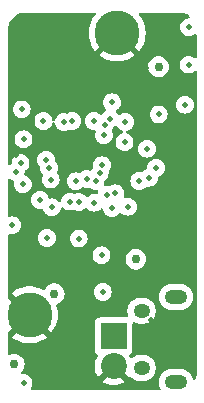
<source format=gbr>
%TF.GenerationSoftware,KiCad,Pcbnew,8.0.0*%
%TF.CreationDate,2025-01-24T21:29:13-08:00*%
%TF.ProjectId,Hope,486f7065-2e6b-4696-9361-645f70636258,rev?*%
%TF.SameCoordinates,Original*%
%TF.FileFunction,Copper,L3,Inr*%
%TF.FilePolarity,Positive*%
%FSLAX46Y46*%
G04 Gerber Fmt 4.6, Leading zero omitted, Abs format (unit mm)*
G04 Created by KiCad (PCBNEW 8.0.0) date 2025-01-24 21:29:13*
%MOMM*%
%LPD*%
G01*
G04 APERTURE LIST*
%TA.AperFunction,ComponentPad*%
%ADD10C,3.800000*%
%TD*%
%TA.AperFunction,ComponentPad*%
%ADD11R,2.200000X2.200000*%
%TD*%
%TA.AperFunction,ComponentPad*%
%ADD12C,2.200000*%
%TD*%
%TA.AperFunction,ComponentPad*%
%ADD13O,1.900000X1.200000*%
%TD*%
%TA.AperFunction,ComponentPad*%
%ADD14O,1.400000X1.200000*%
%TD*%
%TA.AperFunction,ViaPad*%
%ADD15C,0.500000*%
%TD*%
%TA.AperFunction,ViaPad*%
%ADD16C,0.750000*%
%TD*%
G04 APERTURE END LIST*
D10*
%TO.N,GND*%
%TO.C,H4*%
X2336800Y6908800D03*
%TD*%
%TO.N,GND*%
%TO.C,H3*%
X9753600Y30759400D03*
%TD*%
D11*
%TO.N,/Power/BATT POSTSW*%
%TO.C,J4*%
X9448800Y5080000D03*
D12*
%TO.N,GND*%
X9448800Y2540000D03*
%TD*%
D13*
%TO.N,N/C*%
%TO.C,J1*%
X14724700Y8426000D03*
X14724700Y1226000D03*
D14*
X11824700Y2406000D03*
%TO.N,unconnected-(J1-Shield-Pad6)*%
X11824700Y7246000D03*
%TD*%
D15*
%TO.N,GND*%
X12228466Y27764846D03*
%TO.N,/MCU/GPS_RX*%
X13270690Y23866263D03*
X7772400Y23317200D03*
%TO.N,+3V3*%
X9321800Y24888798D03*
D16*
%TO.N,GND*%
X13284200Y22377400D03*
%TO.N,+3V3*%
X13258800Y27913802D03*
D15*
%TO.N,/MCU/LEDINDICATION*%
X15494000Y24688800D03*
X8626400Y22098000D03*
%TO.N,GND*%
X12629688Y6467866D03*
%TO.N,+BATT*%
X8534400Y8839200D03*
X8432800Y11938000D03*
D16*
%TO.N,GND*%
X3631798Y11913802D03*
X9398000Y11480800D03*
%TO.N,+3V3*%
X1039217Y2719761D03*
X4419600Y8686800D03*
%TO.N,GND*%
X1016000Y11913802D03*
X7147600Y8128000D03*
D15*
%TO.N,Net-(D2-A)*%
X1828800Y1117600D03*
%TO.N,/MCU/QSPI_SD2*%
X7810482Y16405197D03*
%TO.N,/MCU/QSPI_SS*%
X8859914Y17084121D03*
X9296400Y15951200D03*
%TO.N,/MCU/QSPI_SD2*%
X10665580Y16050380D03*
D16*
%TO.N,GND*%
X16002000Y13512800D03*
%TO.N,+3V3*%
X11351686Y11608280D03*
D15*
%TO.N,/MCU/BATT SENSE *%
X863600Y14478000D03*
X3810000Y13411200D03*
X6495470Y13365046D03*
X1168400Y18999200D03*
%TO.N,GND*%
X10007600Y13616400D03*
%TO.N,/MCU/NSS*%
X1574800Y19761200D03*
%TO.N,/MCU/SCK*%
X3746144Y20014104D03*
%TO.N,/MCU/MOSI*%
X4001164Y19340308D03*
%TO.N,/MCU/MISO*%
X4134468Y18358474D03*
%TO.N,/MCU/DIO3*%
X8280400Y18897600D03*
%TO.N,/MCU/DIO2*%
X8477739Y19570375D03*
%TO.N,/MCU/DIO1*%
X10438184Y23223749D03*
%TO.N,/MCU/BUSY*%
X8686800Y22961600D03*
%TO.N,/MCU/TXCOEN*%
X9117093Y23515200D03*
%TO.N,+3V3*%
X3230642Y16630358D03*
%TO.N,Net-(D1-K)*%
X15849600Y31242000D03*
%TO.N,+3V3*%
X15798800Y28092400D03*
%TO.N,/MCU/RUN*%
X1676400Y24292000D03*
X3517600Y23315340D03*
D16*
%TO.N,GND*%
X1727200Y28092400D03*
X6553200Y28194000D03*
X7721600Y27686000D03*
X5435600Y27584400D03*
X3085000Y25159179D03*
D15*
%TO.N,/MCU/QSPI_SD3*%
X13055600Y19354800D03*
%TO.N,/MCU/QSPI_SCLK*%
X12446000Y18504920D03*
%TO.N,/MCU/QSPI_SDO*%
X11633200Y18237196D03*
%TO.N,/MCU/QSPI_SD3*%
X6251826Y18215200D03*
%TO.N,/MCU/QSPI_SCLK*%
X7167850Y18418088D03*
%TO.N,/MCU/QSPI_SDO*%
X7924800Y18237200D03*
%TO.N,GND*%
X13287311Y21637067D03*
%TO.N,+3V3*%
X12298765Y20960165D03*
X9603324Y17183347D03*
X10379748Y21539689D03*
%TO.N,GND*%
X10670063Y19939689D03*
X5152619Y21864622D03*
X7206084Y21975989D03*
X7067600Y22555200D03*
X5842000Y26388000D03*
%TO.N,+3V3*%
X5951135Y23309665D03*
%TO.N,+1V1*%
X5232400Y23215600D03*
%TO.N,+3V3*%
X1828800Y21765200D03*
%TO.N,GND*%
X1219200Y20421600D03*
%TO.N,+3V3*%
X1778000Y17965200D03*
%TO.N,GND*%
X1205813Y16837144D03*
X3708400Y15087600D03*
X6350000Y15115600D03*
%TO.N,+1V1*%
X6493282Y16455476D03*
%TO.N,+3V3*%
X5749166Y16491803D03*
%TO.N,+1V1*%
X4224963Y15998331D03*
%TD*%
%TA.AperFunction,Conductor*%
%TO.N,GND*%
G36*
X7881854Y32479815D02*
G01*
X7927609Y32427011D01*
X7937553Y32357853D01*
X7910359Y32296459D01*
X7808116Y32172870D01*
X7646307Y31917898D01*
X7646304Y31917892D01*
X7517727Y31644653D01*
X7517725Y31644648D01*
X7424405Y31357441D01*
X7367816Y31060791D01*
X7367815Y31060784D01*
X7348855Y30759406D01*
X7348855Y30759395D01*
X7367815Y30458017D01*
X7367816Y30458010D01*
X7424405Y30161360D01*
X7517725Y29874153D01*
X7517727Y29874148D01*
X7646304Y29600909D01*
X7646307Y29600903D01*
X7808116Y29345931D01*
X7888911Y29248267D01*
X8817308Y30176664D01*
X8914567Y30042798D01*
X9036998Y29920367D01*
X9170862Y29823110D01*
X8240164Y28892413D01*
X8240165Y28892411D01*
X8465061Y28729015D01*
X8465079Y28729003D01*
X8729709Y28583522D01*
X8729717Y28583518D01*
X9010489Y28472353D01*
X9010492Y28472352D01*
X9302999Y28397250D01*
X9602595Y28359401D01*
X9602607Y28359400D01*
X9904593Y28359400D01*
X9904604Y28359401D01*
X10204200Y28397250D01*
X10496707Y28472352D01*
X10496710Y28472353D01*
X10777482Y28583518D01*
X10777490Y28583522D01*
X11042120Y28729003D01*
X11042130Y28729010D01*
X11267033Y28892413D01*
X11267034Y28892413D01*
X10336337Y29823110D01*
X10470202Y29920367D01*
X10592633Y30042798D01*
X10689890Y30176663D01*
X11618287Y29248266D01*
X11699086Y29345936D01*
X11860892Y29600903D01*
X11860895Y29600909D01*
X11989472Y29874148D01*
X11989474Y29874153D01*
X12082794Y30161360D01*
X12139383Y30458010D01*
X12139384Y30458017D01*
X12158345Y30759395D01*
X12158345Y30759406D01*
X12139384Y31060784D01*
X12139383Y31060791D01*
X12082794Y31357441D01*
X11989474Y31644648D01*
X11989472Y31644653D01*
X11860895Y31917892D01*
X11860892Y31917898D01*
X11699083Y32172870D01*
X11596841Y32296459D01*
X11569276Y32360661D01*
X11580797Y32429575D01*
X11627746Y32481320D01*
X11692385Y32499500D01*
X14934108Y32499500D01*
X14995572Y32499500D01*
X15004418Y32499184D01*
X15204561Y32484870D01*
X15222063Y32482353D01*
X15413797Y32440645D01*
X15430755Y32435666D01*
X15614609Y32367091D01*
X15630701Y32359741D01*
X15802904Y32265712D01*
X15817789Y32256146D01*
X15872130Y32215466D01*
X15914001Y32159532D01*
X15918985Y32089841D01*
X15885499Y32028518D01*
X15824176Y31995034D01*
X15811703Y31992980D01*
X15681544Y31978315D01*
X15521905Y31922455D01*
X15521902Y31922453D01*
X15378715Y31832482D01*
X15378709Y31832477D01*
X15259123Y31712891D01*
X15259118Y31712885D01*
X15169147Y31569698D01*
X15169145Y31569695D01*
X15113285Y31410057D01*
X15094351Y31242003D01*
X15094351Y31241998D01*
X15113285Y31073944D01*
X15169145Y30914306D01*
X15169147Y30914303D01*
X15259118Y30771116D01*
X15259123Y30771110D01*
X15378709Y30651524D01*
X15378715Y30651519D01*
X15521902Y30561548D01*
X15521905Y30561546D01*
X15521909Y30561545D01*
X15521910Y30561544D01*
X15584503Y30539642D01*
X15681543Y30505686D01*
X15849597Y30486751D01*
X15849600Y30486751D01*
X15849603Y30486751D01*
X16017656Y30505686D01*
X16017659Y30505687D01*
X16177290Y30561544D01*
X16309528Y30644636D01*
X16376764Y30663636D01*
X16443599Y30643269D01*
X16488813Y30590001D01*
X16499500Y30539642D01*
X16499500Y28752429D01*
X16479815Y28685390D01*
X16427011Y28639635D01*
X16357853Y28629691D01*
X16294297Y28658716D01*
X16287819Y28664748D01*
X16269690Y28682877D01*
X16269684Y28682882D01*
X16126497Y28772853D01*
X16126494Y28772855D01*
X15966856Y28828715D01*
X15798803Y28847649D01*
X15798797Y28847649D01*
X15630743Y28828715D01*
X15471105Y28772855D01*
X15471102Y28772853D01*
X15327915Y28682882D01*
X15327909Y28682877D01*
X15208323Y28563291D01*
X15208318Y28563285D01*
X15118347Y28420098D01*
X15118345Y28420095D01*
X15062485Y28260457D01*
X15043551Y28092403D01*
X15043551Y28092398D01*
X15062485Y27924344D01*
X15118345Y27764706D01*
X15118347Y27764703D01*
X15208318Y27621516D01*
X15208323Y27621510D01*
X15327909Y27501924D01*
X15327915Y27501919D01*
X15471102Y27411948D01*
X15471105Y27411946D01*
X15471109Y27411945D01*
X15471110Y27411944D01*
X15515641Y27396362D01*
X15630743Y27356086D01*
X15798797Y27337151D01*
X15798800Y27337151D01*
X15798803Y27337151D01*
X15966856Y27356086D01*
X15966859Y27356087D01*
X16126490Y27411944D01*
X16126492Y27411946D01*
X16126494Y27411946D01*
X16126497Y27411948D01*
X16269684Y27501919D01*
X16269685Y27501920D01*
X16269690Y27501923D01*
X16287819Y27520052D01*
X16349142Y27553537D01*
X16418834Y27548553D01*
X16474767Y27506681D01*
X16499184Y27441217D01*
X16499500Y27432371D01*
X16499500Y2004428D01*
X16499184Y1995581D01*
X16484869Y1795443D01*
X16482351Y1777932D01*
X16440646Y1586213D01*
X16435661Y1569237D01*
X16389162Y1444571D01*
X16347291Y1388637D01*
X16281826Y1364221D01*
X16213553Y1379073D01*
X16164148Y1428479D01*
X16150508Y1468507D01*
X16148102Y1483701D01*
X16094573Y1648445D01*
X16015932Y1802788D01*
X15914114Y1942928D01*
X15791628Y2065414D01*
X15651488Y2167232D01*
X15497145Y2245873D01*
X15332401Y2299402D01*
X15332399Y2299403D01*
X15332398Y2299403D01*
X15200971Y2320219D01*
X15161311Y2326500D01*
X14288089Y2326500D01*
X14248428Y2320219D01*
X14117002Y2299403D01*
X13952252Y2245872D01*
X13797911Y2167232D01*
X13717956Y2109141D01*
X13657772Y2065414D01*
X13657770Y2065412D01*
X13657769Y2065412D01*
X13535288Y1942931D01*
X13535288Y1942930D01*
X13535286Y1942928D01*
X13506403Y1903174D01*
X13433468Y1802789D01*
X13354828Y1648448D01*
X13301297Y1483698D01*
X13274200Y1312611D01*
X13274200Y1139390D01*
X13300729Y971887D01*
X13301298Y968299D01*
X13334292Y866754D01*
X13354828Y803553D01*
X13417376Y680795D01*
X13430272Y612125D01*
X13403996Y547385D01*
X13346889Y507128D01*
X13306891Y500500D01*
X2551769Y500500D01*
X2484730Y520185D01*
X2438975Y572989D01*
X2429031Y642147D01*
X2446775Y690472D01*
X2484693Y750819D01*
X2509256Y789910D01*
X2565113Y949541D01*
X2565113Y949542D01*
X2565114Y949544D01*
X2584049Y1117598D01*
X2584049Y1117603D01*
X2565114Y1285657D01*
X2515138Y1428479D01*
X2509256Y1445290D01*
X2509255Y1445291D01*
X2509254Y1445295D01*
X2509252Y1445298D01*
X2419281Y1588485D01*
X2419276Y1588491D01*
X2299690Y1708077D01*
X2299684Y1708082D01*
X2156497Y1798053D01*
X2156494Y1798055D01*
X1996856Y1853915D01*
X1828803Y1872849D01*
X1828796Y1872849D01*
X1737145Y1862523D01*
X1668323Y1874578D01*
X1616944Y1921927D01*
X1599320Y1989538D01*
X1621047Y2055943D01*
X1631103Y2068705D01*
X1751412Y2202321D01*
X1843431Y2361702D01*
X1900302Y2536732D01*
X1900645Y2540000D01*
X7843852Y2540000D01*
X7863612Y2288928D01*
X7922403Y2044044D01*
X8018780Y1811369D01*
X8150368Y1596638D01*
X8151066Y1595821D01*
X8925012Y2369767D01*
X8936282Y2327708D01*
X9008690Y2202292D01*
X9111092Y2099890D01*
X9236508Y2027482D01*
X9278565Y2016213D01*
X8504619Y1242268D01*
X8504619Y1242267D01*
X8505434Y1241571D01*
X8720168Y1109981D01*
X8952843Y1013604D01*
X9197727Y954813D01*
X9448800Y935053D01*
X9699872Y954813D01*
X9944756Y1013604D01*
X10177431Y1109981D01*
X10392161Y1241568D01*
X10392163Y1241570D01*
X10392980Y1242268D01*
X9619034Y2016213D01*
X9661092Y2027482D01*
X9786508Y2099890D01*
X9888910Y2202292D01*
X9961318Y2327708D01*
X9972587Y2369765D01*
X10746532Y1595820D01*
X10747230Y1596637D01*
X10747233Y1596641D01*
X10752622Y1605434D01*
X10804433Y1652310D01*
X10873362Y1663734D01*
X10937526Y1636078D01*
X10946031Y1628327D01*
X11007772Y1566586D01*
X11147912Y1464768D01*
X11302255Y1386127D01*
X11466999Y1332598D01*
X11638089Y1305500D01*
X11638090Y1305500D01*
X12011310Y1305500D01*
X12011311Y1305500D01*
X12182401Y1332598D01*
X12347145Y1386127D01*
X12501488Y1464768D01*
X12641628Y1566586D01*
X12764114Y1689072D01*
X12865932Y1829212D01*
X12944573Y1983555D01*
X12998102Y2148299D01*
X13025200Y2319389D01*
X13025200Y2492611D01*
X12998102Y2663701D01*
X12944573Y2828445D01*
X12865932Y2982788D01*
X12764114Y3122928D01*
X12641628Y3245414D01*
X12501488Y3347232D01*
X12347145Y3425873D01*
X12182401Y3479402D01*
X12182399Y3479403D01*
X12182398Y3479403D01*
X12050971Y3500219D01*
X12011311Y3506500D01*
X11638089Y3506500D01*
X11598428Y3500219D01*
X11467002Y3479403D01*
X11302252Y3425872D01*
X11147907Y3347230D01*
X11036912Y3266587D01*
X10971106Y3243107D01*
X10903052Y3258933D01*
X10858300Y3302115D01*
X10797877Y3400716D01*
X10779632Y3468162D01*
X10800748Y3534764D01*
X10829289Y3564770D01*
X10906346Y3622454D01*
X10992596Y3737669D01*
X11042891Y3872517D01*
X11049300Y3932127D01*
X11049299Y6152666D01*
X11068984Y6219704D01*
X11121787Y6265459D01*
X11190946Y6275403D01*
X11229590Y6263152D01*
X11302255Y6226127D01*
X11466999Y6172598D01*
X11638089Y6145500D01*
X11638090Y6145500D01*
X12011310Y6145500D01*
X12011311Y6145500D01*
X12182401Y6172598D01*
X12347145Y6226127D01*
X12501488Y6304768D01*
X12641628Y6406586D01*
X12764114Y6529072D01*
X12865932Y6669212D01*
X12944573Y6823555D01*
X12998102Y6988299D01*
X13025200Y7159389D01*
X13025200Y7332611D01*
X12998102Y7503701D01*
X12944573Y7668445D01*
X12865932Y7822788D01*
X12764114Y7962928D01*
X12641628Y8085414D01*
X12501488Y8187232D01*
X12347145Y8265873D01*
X12182401Y8319402D01*
X12182399Y8319403D01*
X12182398Y8319403D01*
X12056211Y8339389D01*
X13274200Y8339389D01*
X13277366Y8319402D01*
X13301129Y8169362D01*
X13301298Y8168299D01*
X13354827Y8003555D01*
X13433468Y7849212D01*
X13535286Y7709072D01*
X13657772Y7586586D01*
X13797912Y7484768D01*
X13952255Y7406127D01*
X14116999Y7352598D01*
X14288089Y7325500D01*
X14288090Y7325500D01*
X15161310Y7325500D01*
X15161311Y7325500D01*
X15332401Y7352598D01*
X15497145Y7406127D01*
X15651488Y7484768D01*
X15791628Y7586586D01*
X15914114Y7709072D01*
X16015932Y7849212D01*
X16094573Y8003555D01*
X16148102Y8168299D01*
X16175200Y8339389D01*
X16175200Y8512611D01*
X16148102Y8683701D01*
X16094573Y8848445D01*
X16015932Y9002788D01*
X15914114Y9142928D01*
X15791628Y9265414D01*
X15651488Y9367232D01*
X15497145Y9445873D01*
X15332401Y9499402D01*
X15332399Y9499403D01*
X15332398Y9499403D01*
X15176874Y9524035D01*
X15161311Y9526500D01*
X14288089Y9526500D01*
X14272526Y9524035D01*
X14117002Y9499403D01*
X13952252Y9445872D01*
X13797911Y9367232D01*
X13719264Y9310091D01*
X13657772Y9265414D01*
X13657770Y9265412D01*
X13657769Y9265412D01*
X13535288Y9142931D01*
X13535288Y9142930D01*
X13535286Y9142928D01*
X13491559Y9082744D01*
X13433468Y9002789D01*
X13354828Y8848448D01*
X13301297Y8683698D01*
X13274200Y8512611D01*
X13274200Y8339389D01*
X12056211Y8339389D01*
X12050971Y8340219D01*
X12011311Y8346500D01*
X11638089Y8346500D01*
X11598428Y8340219D01*
X11467002Y8319403D01*
X11302252Y8265872D01*
X11147911Y8187232D01*
X11067956Y8129141D01*
X11007772Y8085414D01*
X11007770Y8085412D01*
X11007769Y8085412D01*
X10885288Y7962931D01*
X10885288Y7962930D01*
X10885286Y7962928D01*
X10841559Y7902744D01*
X10783468Y7822789D01*
X10704828Y7668448D01*
X10651297Y7503698D01*
X10624200Y7332611D01*
X10624200Y7159390D01*
X10651297Y6988302D01*
X10698568Y6842818D01*
X10700563Y6772977D01*
X10664483Y6713144D01*
X10601782Y6682316D01*
X10580637Y6680500D01*
X8300929Y6680500D01*
X8300923Y6680499D01*
X8241316Y6674092D01*
X8106471Y6623798D01*
X8106464Y6623794D01*
X7991255Y6537548D01*
X7991252Y6537545D01*
X7905006Y6422336D01*
X7905002Y6422329D01*
X7854708Y6287483D01*
X7848301Y6227884D01*
X7848300Y6227865D01*
X7848300Y3932130D01*
X7848301Y3932124D01*
X7854708Y3872517D01*
X7905002Y3737672D01*
X7905006Y3737665D01*
X7991252Y3622456D01*
X7991255Y3622453D01*
X8068306Y3564772D01*
X8110177Y3508838D01*
X8115161Y3439147D01*
X8099723Y3400716D01*
X8018778Y3268627D01*
X7922403Y3035957D01*
X7863612Y2791073D01*
X7843852Y2540000D01*
X1900645Y2540000D01*
X1919539Y2719761D01*
X1900302Y2902790D01*
X1843431Y3077820D01*
X1751412Y3237201D01*
X1628267Y3373968D01*
X1628265Y3373970D01*
X1479382Y3482140D01*
X1479379Y3482142D01*
X1479378Y3482142D01*
X1403498Y3515926D01*
X1311255Y3556996D01*
X1311250Y3556998D01*
X1131236Y3595261D01*
X947198Y3595261D01*
X767183Y3556998D01*
X767182Y3556998D01*
X674935Y3515926D01*
X605685Y3506642D01*
X542409Y3536271D01*
X505196Y3595406D01*
X500500Y3629206D01*
X500500Y5374692D01*
X520185Y5441731D01*
X536819Y5462373D01*
X1400509Y6326064D01*
X1497767Y6192198D01*
X1620198Y6069767D01*
X1754062Y5972510D01*
X823364Y5041813D01*
X823365Y5041811D01*
X1048261Y4878415D01*
X1048279Y4878403D01*
X1312909Y4732922D01*
X1312917Y4732918D01*
X1593689Y4621753D01*
X1593692Y4621752D01*
X1886199Y4546650D01*
X2185795Y4508801D01*
X2185807Y4508800D01*
X2487793Y4508800D01*
X2487804Y4508801D01*
X2787400Y4546650D01*
X3079907Y4621752D01*
X3079910Y4621753D01*
X3360682Y4732918D01*
X3360690Y4732922D01*
X3625320Y4878403D01*
X3625330Y4878410D01*
X3850233Y5041813D01*
X3850234Y5041813D01*
X2919537Y5972510D01*
X3053402Y6069767D01*
X3175833Y6192198D01*
X3273090Y6326063D01*
X4201487Y5397666D01*
X4282286Y5495336D01*
X4444092Y5750303D01*
X4444095Y5750309D01*
X4572672Y6023548D01*
X4572674Y6023553D01*
X4665994Y6310760D01*
X4722583Y6607410D01*
X4722584Y6607417D01*
X4741545Y6908795D01*
X4741545Y6908806D01*
X4722584Y7210184D01*
X4722583Y7210191D01*
X4665994Y7506839D01*
X4606036Y7691370D01*
X4604041Y7761212D01*
X4640121Y7821045D01*
X4685657Y7847623D01*
X4691627Y7849563D01*
X4691634Y7849564D01*
X4691640Y7849567D01*
X4691644Y7849568D01*
X4731715Y7867410D01*
X4859761Y7924419D01*
X5008650Y8032593D01*
X5131795Y8169360D01*
X5223814Y8328741D01*
X5280685Y8503771D01*
X5299922Y8686800D01*
X5283904Y8839198D01*
X7779151Y8839198D01*
X7798085Y8671144D01*
X7853945Y8511506D01*
X7853947Y8511503D01*
X7943918Y8368316D01*
X7943923Y8368310D01*
X8063509Y8248724D01*
X8063515Y8248719D01*
X8206702Y8158748D01*
X8206705Y8158746D01*
X8206709Y8158745D01*
X8206710Y8158744D01*
X8279313Y8133340D01*
X8366343Y8102886D01*
X8534397Y8083951D01*
X8534400Y8083951D01*
X8534403Y8083951D01*
X8702456Y8102886D01*
X8702459Y8102887D01*
X8862090Y8158744D01*
X8862092Y8158746D01*
X8862094Y8158746D01*
X8862097Y8158748D01*
X9005284Y8248719D01*
X9005285Y8248720D01*
X9005290Y8248723D01*
X9124877Y8368310D01*
X9171751Y8442909D01*
X9214852Y8511503D01*
X9214854Y8511506D01*
X9214854Y8511508D01*
X9214856Y8511510D01*
X9270713Y8671141D01*
X9270713Y8671142D01*
X9270714Y8671144D01*
X9289649Y8839198D01*
X9289649Y8839203D01*
X9270714Y9007257D01*
X9240260Y9094287D01*
X9214856Y9166890D01*
X9214855Y9166891D01*
X9214854Y9166895D01*
X9214852Y9166898D01*
X9124881Y9310085D01*
X9124876Y9310091D01*
X9005290Y9429677D01*
X9005284Y9429682D01*
X8862097Y9519653D01*
X8862094Y9519655D01*
X8702456Y9575515D01*
X8534403Y9594449D01*
X8534397Y9594449D01*
X8366343Y9575515D01*
X8206705Y9519655D01*
X8206702Y9519653D01*
X8063515Y9429682D01*
X8063509Y9429677D01*
X7943923Y9310091D01*
X7943918Y9310085D01*
X7853947Y9166898D01*
X7853945Y9166895D01*
X7798085Y9007257D01*
X7779151Y8839203D01*
X7779151Y8839198D01*
X5283904Y8839198D01*
X5280685Y8869829D01*
X5237484Y9002788D01*
X5223816Y9044854D01*
X5223813Y9044860D01*
X5207012Y9073960D01*
X5131795Y9204240D01*
X5008650Y9341007D01*
X5008648Y9341009D01*
X4859765Y9449179D01*
X4859762Y9449181D01*
X4859761Y9449181D01*
X4798712Y9476362D01*
X4691638Y9524035D01*
X4691633Y9524037D01*
X4511619Y9562300D01*
X4327581Y9562300D01*
X4147566Y9524037D01*
X4147561Y9524035D01*
X3979439Y9449181D01*
X3979434Y9449179D01*
X3830551Y9341009D01*
X3830549Y9341007D01*
X3707405Y9204241D01*
X3632187Y9073960D01*
X3581619Y9025745D01*
X3513012Y9012523D01*
X3465063Y9027299D01*
X3360684Y9084682D01*
X3360681Y9084683D01*
X3079910Y9195848D01*
X3079907Y9195849D01*
X2787400Y9270951D01*
X2487804Y9308800D01*
X2185795Y9308800D01*
X1886199Y9270951D01*
X1593692Y9195849D01*
X1593689Y9195848D01*
X1312917Y9084683D01*
X1312909Y9084679D01*
X1048276Y8939196D01*
X1048271Y8939193D01*
X823365Y8775790D01*
X823364Y8775789D01*
X1754062Y7845091D01*
X1620198Y7747833D01*
X1497767Y7625402D01*
X1400509Y7491538D01*
X536819Y8355228D01*
X503334Y8416551D01*
X500500Y8442909D01*
X500500Y11937998D01*
X7677551Y11937998D01*
X7696485Y11769944D01*
X7752345Y11610306D01*
X7752347Y11610303D01*
X7842318Y11467116D01*
X7842323Y11467110D01*
X7961909Y11347524D01*
X7961915Y11347519D01*
X8105102Y11257548D01*
X8105105Y11257546D01*
X8105109Y11257545D01*
X8105110Y11257544D01*
X8177713Y11232140D01*
X8264743Y11201686D01*
X8432797Y11182751D01*
X8432800Y11182751D01*
X8432803Y11182751D01*
X8600856Y11201686D01*
X8600859Y11201687D01*
X8760490Y11257544D01*
X8760492Y11257546D01*
X8760494Y11257546D01*
X8760497Y11257548D01*
X8903684Y11347519D01*
X8903685Y11347520D01*
X8903690Y11347523D01*
X9023277Y11467110D01*
X9023281Y11467116D01*
X9111981Y11608280D01*
X10471364Y11608280D01*
X10490601Y11425251D01*
X10490602Y11425248D01*
X10547469Y11250227D01*
X10547472Y11250221D01*
X10639491Y11090840D01*
X10749013Y10969203D01*
X10762635Y10954074D01*
X10762637Y10954072D01*
X10911520Y10845902D01*
X10911521Y10845902D01*
X10911525Y10845899D01*
X11048639Y10784852D01*
X11079647Y10771046D01*
X11079652Y10771044D01*
X11259667Y10732780D01*
X11443705Y10732780D01*
X11623720Y10771044D01*
X11791847Y10845899D01*
X11940736Y10954073D01*
X12063881Y11090840D01*
X12155900Y11250221D01*
X12212771Y11425251D01*
X12232008Y11608280D01*
X12212771Y11791309D01*
X12155900Y11966339D01*
X12063881Y12125720D01*
X11940736Y12262487D01*
X11940734Y12262489D01*
X11791851Y12370659D01*
X11791848Y12370661D01*
X11791847Y12370661D01*
X11705995Y12408885D01*
X11623724Y12445515D01*
X11623719Y12445517D01*
X11443705Y12483780D01*
X11259667Y12483780D01*
X11079652Y12445517D01*
X11079647Y12445515D01*
X10911525Y12370661D01*
X10911520Y12370659D01*
X10762637Y12262489D01*
X10762635Y12262487D01*
X10639490Y12125719D01*
X10547472Y11966340D01*
X10547469Y11966334D01*
X10490602Y11791313D01*
X10490601Y11791309D01*
X10471364Y11608280D01*
X9111981Y11608280D01*
X9113252Y11610303D01*
X9113254Y11610306D01*
X9113254Y11610308D01*
X9113256Y11610310D01*
X9169113Y11769941D01*
X9169113Y11769942D01*
X9169114Y11769944D01*
X9188049Y11937998D01*
X9188049Y11938003D01*
X9169114Y12106057D01*
X9113254Y12265695D01*
X9113252Y12265698D01*
X9023281Y12408885D01*
X9023276Y12408891D01*
X8903690Y12528477D01*
X8903684Y12528482D01*
X8760497Y12618453D01*
X8760494Y12618455D01*
X8600856Y12674315D01*
X8432803Y12693249D01*
X8432797Y12693249D01*
X8264743Y12674315D01*
X8105105Y12618455D01*
X8105102Y12618453D01*
X7961915Y12528482D01*
X7961909Y12528477D01*
X7842323Y12408891D01*
X7842318Y12408885D01*
X7752347Y12265698D01*
X7752345Y12265695D01*
X7696485Y12106057D01*
X7677551Y11938003D01*
X7677551Y11937998D01*
X500500Y11937998D01*
X500500Y13411198D01*
X3054751Y13411198D01*
X3073685Y13243144D01*
X3129545Y13083506D01*
X3129547Y13083503D01*
X3219518Y12940316D01*
X3219523Y12940310D01*
X3339109Y12820724D01*
X3339115Y12820719D01*
X3482302Y12730748D01*
X3482305Y12730746D01*
X3482309Y12730745D01*
X3482310Y12730744D01*
X3554913Y12705340D01*
X3641943Y12674886D01*
X3809997Y12655951D01*
X3810000Y12655951D01*
X3810003Y12655951D01*
X3978056Y12674886D01*
X3978059Y12674887D01*
X4137690Y12730744D01*
X4137692Y12730746D01*
X4137694Y12730746D01*
X4137697Y12730748D01*
X4280884Y12820719D01*
X4280885Y12820720D01*
X4280890Y12820723D01*
X4400477Y12940310D01*
X4461453Y13037352D01*
X4490452Y13083503D01*
X4490454Y13083506D01*
X4490454Y13083508D01*
X4490456Y13083510D01*
X4546313Y13243141D01*
X4546313Y13243142D01*
X4546314Y13243144D01*
X4560049Y13365044D01*
X5740221Y13365044D01*
X5759155Y13196990D01*
X5815015Y13037352D01*
X5815017Y13037349D01*
X5904988Y12894162D01*
X5904993Y12894156D01*
X6024579Y12774570D01*
X6024585Y12774565D01*
X6167772Y12684594D01*
X6167775Y12684592D01*
X6167779Y12684591D01*
X6167780Y12684590D01*
X6240383Y12659186D01*
X6327413Y12628732D01*
X6495467Y12609797D01*
X6495470Y12609797D01*
X6495473Y12609797D01*
X6663526Y12628732D01*
X6663529Y12628733D01*
X6823160Y12684590D01*
X6823162Y12684592D01*
X6823164Y12684592D01*
X6823167Y12684594D01*
X6966354Y12774565D01*
X6966355Y12774566D01*
X6966360Y12774569D01*
X7085947Y12894156D01*
X7114948Y12940310D01*
X7175922Y13037349D01*
X7175924Y13037352D01*
X7175924Y13037354D01*
X7175926Y13037356D01*
X7231783Y13196987D01*
X7231783Y13196988D01*
X7231784Y13196990D01*
X7250719Y13365044D01*
X7250719Y13365049D01*
X7231784Y13533103D01*
X7175924Y13692741D01*
X7175922Y13692744D01*
X7085951Y13835931D01*
X7085946Y13835937D01*
X6966360Y13955523D01*
X6966354Y13955528D01*
X6823167Y14045499D01*
X6823164Y14045501D01*
X6663526Y14101361D01*
X6495473Y14120295D01*
X6495467Y14120295D01*
X6327413Y14101361D01*
X6167775Y14045501D01*
X6167772Y14045499D01*
X6024585Y13955528D01*
X6024579Y13955523D01*
X5904993Y13835937D01*
X5904988Y13835931D01*
X5815017Y13692744D01*
X5815015Y13692741D01*
X5759155Y13533103D01*
X5740221Y13365049D01*
X5740221Y13365044D01*
X4560049Y13365044D01*
X4565249Y13411198D01*
X4565249Y13411203D01*
X4546314Y13579257D01*
X4490454Y13738895D01*
X4490452Y13738898D01*
X4400481Y13882085D01*
X4400476Y13882091D01*
X4280890Y14001677D01*
X4280884Y14001682D01*
X4137697Y14091653D01*
X4137694Y14091655D01*
X3978056Y14147515D01*
X3810003Y14166449D01*
X3809997Y14166449D01*
X3641943Y14147515D01*
X3482305Y14091655D01*
X3482302Y14091653D01*
X3339115Y14001682D01*
X3339109Y14001677D01*
X3219523Y13882091D01*
X3219518Y13882085D01*
X3129547Y13738898D01*
X3129545Y13738895D01*
X3073685Y13579257D01*
X3054751Y13411203D01*
X3054751Y13411198D01*
X500500Y13411198D01*
X500500Y13635173D01*
X520185Y13702212D01*
X572989Y13747967D01*
X642147Y13757911D01*
X665456Y13752214D01*
X695541Y13741687D01*
X863597Y13722751D01*
X863600Y13722751D01*
X863603Y13722751D01*
X1031656Y13741686D01*
X1049606Y13747967D01*
X1191290Y13797544D01*
X1191292Y13797546D01*
X1191294Y13797546D01*
X1191297Y13797548D01*
X1334484Y13887519D01*
X1334485Y13887520D01*
X1334490Y13887523D01*
X1454077Y14007110D01*
X1478200Y14045501D01*
X1544052Y14150303D01*
X1544054Y14150306D01*
X1544054Y14150308D01*
X1544056Y14150310D01*
X1599913Y14309941D01*
X1599913Y14309942D01*
X1599914Y14309944D01*
X1618849Y14477998D01*
X1618849Y14478003D01*
X1599914Y14646057D01*
X1544054Y14805695D01*
X1544052Y14805698D01*
X1454081Y14948885D01*
X1454076Y14948891D01*
X1334490Y15068477D01*
X1334484Y15068482D01*
X1191297Y15158453D01*
X1191294Y15158455D01*
X1031656Y15214315D01*
X863603Y15233249D01*
X863597Y15233249D01*
X695540Y15214314D01*
X665453Y15203786D01*
X595674Y15200225D01*
X535047Y15234955D01*
X502821Y15296949D01*
X500500Y15320828D01*
X500500Y16630356D01*
X2475393Y16630356D01*
X2494327Y16462302D01*
X2550187Y16302664D01*
X2550189Y16302661D01*
X2640160Y16159474D01*
X2640165Y16159468D01*
X2759751Y16039882D01*
X2759757Y16039877D01*
X2902944Y15949906D01*
X2902947Y15949904D01*
X2902951Y15949903D01*
X2902952Y15949902D01*
X2947520Y15934307D01*
X3062585Y15894044D01*
X3230639Y15875109D01*
X3230642Y15875109D01*
X3230645Y15875109D01*
X3365503Y15890304D01*
X3434325Y15878250D01*
X3485705Y15830901D01*
X3496428Y15808039D01*
X3544505Y15670645D01*
X3544510Y15670634D01*
X3634481Y15527447D01*
X3634486Y15527441D01*
X3754072Y15407855D01*
X3754078Y15407850D01*
X3897265Y15317879D01*
X3897268Y15317877D01*
X3897272Y15317876D01*
X3897273Y15317875D01*
X3962272Y15295131D01*
X4056906Y15262017D01*
X4224960Y15243082D01*
X4224963Y15243082D01*
X4224966Y15243082D01*
X4393019Y15262017D01*
X4393022Y15262018D01*
X4552653Y15317875D01*
X4552655Y15317877D01*
X4552657Y15317877D01*
X4552660Y15317879D01*
X4695847Y15407850D01*
X4695848Y15407851D01*
X4695853Y15407854D01*
X4815440Y15527441D01*
X4815444Y15527447D01*
X4905415Y15670634D01*
X4905417Y15670637D01*
X4905417Y15670639D01*
X4905419Y15670641D01*
X4961276Y15830272D01*
X4961276Y15830274D01*
X4961277Y15830276D01*
X4968544Y15894784D01*
X4971742Y15923162D01*
X4998808Y15987575D01*
X5056402Y16027130D01*
X5126239Y16029269D01*
X5182643Y15996959D01*
X5278275Y15901327D01*
X5278281Y15901322D01*
X5421468Y15811351D01*
X5421471Y15811349D01*
X5421475Y15811348D01*
X5421476Y15811347D01*
X5492411Y15786526D01*
X5581109Y15755489D01*
X5749163Y15736554D01*
X5749166Y15736554D01*
X5749169Y15736554D01*
X5917225Y15755490D01*
X5917226Y15755490D01*
X6005921Y15786526D01*
X6040352Y15798575D01*
X6110130Y15802137D01*
X6147280Y15786526D01*
X6165588Y15775022D01*
X6165589Y15775022D01*
X6165592Y15775020D01*
X6272012Y15737782D01*
X6325225Y15719162D01*
X6493279Y15700227D01*
X6493282Y15700227D01*
X6493285Y15700227D01*
X6661338Y15719162D01*
X6661341Y15719163D01*
X6820972Y15775020D01*
X6820974Y15775022D01*
X6820976Y15775022D01*
X6820979Y15775024D01*
X6964166Y15864995D01*
X6964166Y15864996D01*
X6964172Y15864999D01*
X7039138Y15939966D01*
X7100457Y15973448D01*
X7170149Y15968464D01*
X7213147Y15937298D01*
X7215081Y15939231D01*
X7339591Y15814721D01*
X7339597Y15814716D01*
X7482784Y15724745D01*
X7482787Y15724743D01*
X7482791Y15724742D01*
X7482792Y15724741D01*
X7552849Y15700227D01*
X7642425Y15668883D01*
X7810479Y15649948D01*
X7810482Y15649948D01*
X7810485Y15649948D01*
X7978538Y15668883D01*
X7983562Y15670641D01*
X8138172Y15724741D01*
X8138174Y15724743D01*
X8138176Y15724743D01*
X8138179Y15724745D01*
X8281366Y15814716D01*
X8281366Y15814717D01*
X8281372Y15814720D01*
X8346596Y15879945D01*
X8407915Y15913427D01*
X8477607Y15908443D01*
X8533541Y15866572D01*
X8557494Y15806146D01*
X8560086Y15783144D01*
X8615945Y15623506D01*
X8615947Y15623503D01*
X8705918Y15480316D01*
X8705923Y15480310D01*
X8825509Y15360724D01*
X8825515Y15360719D01*
X8968702Y15270748D01*
X8968705Y15270746D01*
X8968709Y15270745D01*
X8968710Y15270744D01*
X9041313Y15245340D01*
X9128343Y15214886D01*
X9296397Y15195951D01*
X9296400Y15195951D01*
X9296403Y15195951D01*
X9464456Y15214886D01*
X9464459Y15214887D01*
X9624090Y15270744D01*
X9624092Y15270746D01*
X9624094Y15270746D01*
X9624097Y15270748D01*
X9767284Y15360719D01*
X9767285Y15360720D01*
X9767290Y15360723D01*
X9886877Y15480310D01*
X9915055Y15525155D01*
X9967388Y15571446D01*
X10036441Y15582095D01*
X10100290Y15553720D01*
X10107729Y15546864D01*
X10194689Y15459904D01*
X10194695Y15459899D01*
X10337882Y15369928D01*
X10337885Y15369926D01*
X10337889Y15369925D01*
X10337890Y15369924D01*
X10364197Y15360719D01*
X10497523Y15314066D01*
X10665577Y15295131D01*
X10665580Y15295131D01*
X10665583Y15295131D01*
X10833636Y15314066D01*
X10833639Y15314067D01*
X10993270Y15369924D01*
X10993272Y15369926D01*
X10993274Y15369926D01*
X10993277Y15369928D01*
X11136464Y15459899D01*
X11136465Y15459900D01*
X11136470Y15459903D01*
X11256057Y15579490D01*
X11257694Y15582095D01*
X11346032Y15722683D01*
X11346034Y15722686D01*
X11346034Y15722688D01*
X11346036Y15722690D01*
X11401893Y15882321D01*
X11401893Y15882322D01*
X11401894Y15882324D01*
X11420829Y16050378D01*
X11420829Y16050383D01*
X11401894Y16218437D01*
X11346034Y16378075D01*
X11346032Y16378078D01*
X11256061Y16521265D01*
X11256056Y16521271D01*
X11136470Y16640857D01*
X11136464Y16640862D01*
X10993277Y16730833D01*
X10993274Y16730835D01*
X10833636Y16786695D01*
X10665583Y16805629D01*
X10665577Y16805629D01*
X10497522Y16786694D01*
X10469498Y16776888D01*
X10399719Y16773327D01*
X10339092Y16808056D01*
X10306865Y16870050D01*
X10311503Y16934886D01*
X10319608Y16958048D01*
X10339637Y17015288D01*
X10353230Y17135929D01*
X10358573Y17183345D01*
X10358573Y17183350D01*
X10339638Y17351404D01*
X10293959Y17481947D01*
X10283780Y17511037D01*
X10283779Y17511038D01*
X10283778Y17511042D01*
X10283776Y17511045D01*
X10193805Y17654232D01*
X10193800Y17654238D01*
X10074214Y17773824D01*
X10074208Y17773829D01*
X9931021Y17863800D01*
X9931018Y17863802D01*
X9771380Y17919662D01*
X9603327Y17938596D01*
X9603321Y17938596D01*
X9435267Y17919662D01*
X9275634Y17863803D01*
X9193276Y17812055D01*
X9126039Y17793056D01*
X9086353Y17800008D01*
X9027975Y17820434D01*
X9027972Y17820435D01*
X8859917Y17839370D01*
X8859910Y17839370D01*
X8765357Y17828717D01*
X8696535Y17840772D01*
X8645156Y17888121D01*
X8627532Y17955732D01*
X8634433Y17992892D01*
X8661113Y18069139D01*
X8661113Y18069142D01*
X8676414Y18204937D01*
X8689968Y18237194D01*
X10877951Y18237194D01*
X10896885Y18069140D01*
X10952745Y17909502D01*
X10952747Y17909499D01*
X11042718Y17766312D01*
X11042722Y17766307D01*
X11162309Y17646720D01*
X11162315Y17646715D01*
X11305502Y17556744D01*
X11305505Y17556742D01*
X11305509Y17556741D01*
X11305510Y17556740D01*
X11368360Y17534748D01*
X11465143Y17500882D01*
X11633197Y17481947D01*
X11633200Y17481947D01*
X11633203Y17481947D01*
X11801256Y17500882D01*
X11801259Y17500883D01*
X11960890Y17556740D01*
X11960892Y17556742D01*
X11960894Y17556742D01*
X11960897Y17556744D01*
X12104084Y17646715D01*
X12104084Y17646716D01*
X12104090Y17646719D01*
X12189017Y17731647D01*
X12250336Y17765129D01*
X12290579Y17767183D01*
X12445998Y17749671D01*
X12446000Y17749671D01*
X12446003Y17749671D01*
X12614056Y17768606D01*
X12628968Y17773824D01*
X12773690Y17824464D01*
X12773692Y17824466D01*
X12773694Y17824466D01*
X12773697Y17824468D01*
X12916884Y17914439D01*
X12916885Y17914440D01*
X12916890Y17914443D01*
X13036477Y18034030D01*
X13044717Y18047144D01*
X13126452Y18177223D01*
X13126454Y18177226D01*
X13126454Y18177228D01*
X13126456Y18177230D01*
X13182313Y18336861D01*
X13182313Y18336862D01*
X13182314Y18336864D01*
X13193494Y18436091D01*
X13201249Y18504920D01*
X13200860Y18508368D01*
X13201249Y18510586D01*
X13201249Y18511884D01*
X13201476Y18511884D01*
X13212911Y18577186D01*
X13260258Y18628568D01*
X13283120Y18639294D01*
X13383290Y18674344D01*
X13383292Y18674345D01*
X13383297Y18674348D01*
X13526484Y18764319D01*
X13526485Y18764320D01*
X13526490Y18764323D01*
X13646077Y18883910D01*
X13668889Y18920215D01*
X13736052Y19027103D01*
X13736054Y19027106D01*
X13736054Y19027108D01*
X13736056Y19027110D01*
X13791913Y19186741D01*
X13791913Y19186742D01*
X13791914Y19186744D01*
X13810849Y19354798D01*
X13810849Y19354803D01*
X13791914Y19522857D01*
X13736054Y19682495D01*
X13736052Y19682498D01*
X13646081Y19825685D01*
X13646076Y19825691D01*
X13526490Y19945277D01*
X13526484Y19945282D01*
X13383297Y20035253D01*
X13383294Y20035255D01*
X13223656Y20091115D01*
X13055603Y20110049D01*
X13055597Y20110049D01*
X12887543Y20091115D01*
X12727905Y20035255D01*
X12727902Y20035253D01*
X12584715Y19945282D01*
X12584709Y19945277D01*
X12465123Y19825691D01*
X12465118Y19825685D01*
X12375147Y19682498D01*
X12375145Y19682495D01*
X12319285Y19522857D01*
X12300351Y19354803D01*
X12300351Y19354800D01*
X12300740Y19351346D01*
X12300351Y19349126D01*
X12300351Y19347837D01*
X12300125Y19347837D01*
X12288682Y19282524D01*
X12241331Y19231147D01*
X12218474Y19220426D01*
X12118313Y19185378D01*
X12118302Y19185373D01*
X11975115Y19095402D01*
X11975108Y19095396D01*
X11890183Y19010472D01*
X11828860Y18976987D01*
X11788620Y18974934D01*
X11633204Y18992445D01*
X11633197Y18992445D01*
X11465143Y18973511D01*
X11305505Y18917651D01*
X11305502Y18917649D01*
X11162315Y18827678D01*
X11162309Y18827673D01*
X11042723Y18708087D01*
X11042718Y18708081D01*
X10952747Y18564894D01*
X10952745Y18564891D01*
X10896885Y18405253D01*
X10877951Y18237199D01*
X10877951Y18237194D01*
X8689968Y18237194D01*
X8703480Y18269351D01*
X8733663Y18296048D01*
X8751290Y18307123D01*
X8870877Y18426710D01*
X8876772Y18436091D01*
X8960852Y18569903D01*
X8960854Y18569906D01*
X8960854Y18569908D01*
X8960856Y18569910D01*
X9016713Y18729541D01*
X9016713Y18729542D01*
X9016714Y18729544D01*
X9035649Y18897598D01*
X9035649Y18897603D01*
X9025189Y18990432D01*
X9037243Y19059254D01*
X9060728Y19091998D01*
X9068216Y19099485D01*
X9158195Y19242685D01*
X9214052Y19402316D01*
X9214052Y19402317D01*
X9214053Y19402319D01*
X9232988Y19570373D01*
X9232988Y19570378D01*
X9214053Y19738432D01*
X9158193Y19898070D01*
X9158191Y19898073D01*
X9068220Y20041260D01*
X9068215Y20041266D01*
X8948629Y20160852D01*
X8948623Y20160857D01*
X8805436Y20250828D01*
X8805433Y20250830D01*
X8645795Y20306690D01*
X8477742Y20325624D01*
X8477736Y20325624D01*
X8309682Y20306690D01*
X8150044Y20250830D01*
X8150041Y20250828D01*
X8006854Y20160857D01*
X8006848Y20160852D01*
X7887262Y20041266D01*
X7887257Y20041260D01*
X7797286Y19898073D01*
X7797284Y19898070D01*
X7741424Y19738432D01*
X7722490Y19570378D01*
X7722490Y19570373D01*
X7732949Y19477543D01*
X7720894Y19408721D01*
X7697414Y19375982D01*
X7689920Y19368488D01*
X7599948Y19225300D01*
X7599945Y19225294D01*
X7589997Y19196863D01*
X7549274Y19140088D01*
X7484321Y19114342D01*
X7432002Y19120778D01*
X7335907Y19154402D01*
X7167853Y19173337D01*
X7167847Y19173337D01*
X6999793Y19154403D01*
X6840155Y19098543D01*
X6840152Y19098541D01*
X6696962Y19008568D01*
X6637968Y18949574D01*
X6576644Y18916090D01*
X6509332Y18920215D01*
X6419886Y18951514D01*
X6251829Y18970449D01*
X6251823Y18970449D01*
X6083769Y18951515D01*
X5924131Y18895655D01*
X5924128Y18895653D01*
X5780941Y18805682D01*
X5780935Y18805677D01*
X5661349Y18686091D01*
X5661344Y18686085D01*
X5571373Y18542898D01*
X5571371Y18542895D01*
X5515511Y18383257D01*
X5496577Y18215203D01*
X5496577Y18215198D01*
X5515511Y18047144D01*
X5571371Y17887506D01*
X5571373Y17887503D01*
X5661344Y17744316D01*
X5661349Y17744310D01*
X5780935Y17624724D01*
X5780941Y17624719D01*
X5924128Y17534748D01*
X5924131Y17534746D01*
X5924135Y17534745D01*
X5924136Y17534744D01*
X5991864Y17511045D01*
X6083769Y17478886D01*
X6251823Y17459951D01*
X6251826Y17459951D01*
X6251829Y17459951D01*
X6419882Y17478886D01*
X6428641Y17481951D01*
X6579516Y17534744D01*
X6722716Y17624723D01*
X6781707Y17683715D01*
X6843027Y17717199D01*
X6910342Y17713074D01*
X6999789Y17681775D01*
X7167847Y17662839D01*
X7167850Y17662839D01*
X7167853Y17662839D01*
X7302583Y17678020D01*
X7335909Y17681775D01*
X7335919Y17681779D01*
X7336612Y17681936D01*
X7337086Y17681907D01*
X7342829Y17682554D01*
X7342942Y17681550D01*
X7406352Y17677673D01*
X7448387Y17650964D01*
X7448467Y17651064D01*
X7449397Y17650323D01*
X7451903Y17648730D01*
X7453909Y17646724D01*
X7453915Y17646719D01*
X7597102Y17556748D01*
X7597105Y17556746D01*
X7597109Y17556745D01*
X7597110Y17556744D01*
X7602063Y17555011D01*
X7756743Y17500886D01*
X7924797Y17481951D01*
X7924800Y17481951D01*
X7924802Y17481951D01*
X8019355Y17492605D01*
X8088177Y17480551D01*
X8139556Y17433202D01*
X8157181Y17365592D01*
X8150281Y17328432D01*
X8123600Y17252181D01*
X8123342Y17249887D01*
X8122761Y17248507D01*
X8122051Y17245392D01*
X8121505Y17245517D01*
X8096273Y17185474D01*
X8038677Y17145920D01*
X7985770Y17143480D01*
X7985461Y17140731D01*
X7810485Y17160446D01*
X7810479Y17160446D01*
X7642425Y17141512D01*
X7482787Y17085652D01*
X7482784Y17085650D01*
X7339597Y16995679D01*
X7264628Y16920710D01*
X7203304Y16887226D01*
X7133613Y16892211D01*
X7090619Y16923379D01*
X7088683Y16921442D01*
X6964172Y17045953D01*
X6964166Y17045958D01*
X6820979Y17135929D01*
X6820976Y17135931D01*
X6661338Y17191791D01*
X6493285Y17210725D01*
X6493279Y17210725D01*
X6325224Y17191790D01*
X6202094Y17148705D01*
X6132315Y17145144D01*
X6095168Y17160753D01*
X6076858Y17172258D01*
X6076857Y17172259D01*
X6076856Y17172259D01*
X6038536Y17185668D01*
X5917222Y17228118D01*
X5749169Y17247052D01*
X5749163Y17247052D01*
X5581109Y17228118D01*
X5421471Y17172258D01*
X5421468Y17172256D01*
X5278281Y17082285D01*
X5278275Y17082280D01*
X5158689Y16962694D01*
X5158684Y16962688D01*
X5068713Y16819501D01*
X5068711Y16819498D01*
X5012851Y16659860D01*
X5002386Y16566973D01*
X4975319Y16502559D01*
X4917724Y16463004D01*
X4847887Y16460867D01*
X4791485Y16493176D01*
X4695853Y16588808D01*
X4695847Y16588813D01*
X4552660Y16678784D01*
X4552657Y16678786D01*
X4393019Y16734646D01*
X4224966Y16753580D01*
X4224960Y16753580D01*
X4090101Y16738385D01*
X4021279Y16750439D01*
X3969899Y16797788D01*
X3959175Y16820651D01*
X3939777Y16876087D01*
X3911098Y16958048D01*
X3911095Y16958053D01*
X3911094Y16958056D01*
X3821123Y17101243D01*
X3821118Y17101249D01*
X3701532Y17220835D01*
X3701526Y17220840D01*
X3558339Y17310811D01*
X3558336Y17310813D01*
X3398698Y17366673D01*
X3230645Y17385607D01*
X3230639Y17385607D01*
X3062585Y17366673D01*
X2902947Y17310813D01*
X2902944Y17310811D01*
X2759757Y17220840D01*
X2759751Y17220835D01*
X2640165Y17101249D01*
X2640160Y17101243D01*
X2550189Y16958056D01*
X2550187Y16958053D01*
X2494327Y16798415D01*
X2475393Y16630361D01*
X2475393Y16630356D01*
X500500Y16630356D01*
X500500Y18308345D01*
X520185Y18375384D01*
X572989Y18421139D01*
X642147Y18431083D01*
X690264Y18410280D01*
X691614Y18412427D01*
X840702Y18318748D01*
X840705Y18318746D01*
X840709Y18318745D01*
X840710Y18318744D01*
X961432Y18276502D01*
X1018208Y18235780D01*
X1043955Y18170827D01*
X1041926Y18140239D01*
X1042466Y18140178D01*
X1022751Y17965203D01*
X1022751Y17965198D01*
X1041685Y17797144D01*
X1097545Y17637506D01*
X1097547Y17637503D01*
X1187518Y17494316D01*
X1187523Y17494310D01*
X1307109Y17374724D01*
X1307115Y17374719D01*
X1450302Y17284748D01*
X1450305Y17284746D01*
X1450309Y17284745D01*
X1450310Y17284744D01*
X1522913Y17259340D01*
X1609943Y17228886D01*
X1777997Y17209951D01*
X1778000Y17209951D01*
X1778003Y17209951D01*
X1946056Y17228886D01*
X1946059Y17228887D01*
X2105690Y17284744D01*
X2105692Y17284746D01*
X2105694Y17284746D01*
X2105697Y17284748D01*
X2248884Y17374719D01*
X2248885Y17374720D01*
X2248890Y17374723D01*
X2368477Y17494310D01*
X2368481Y17494316D01*
X2458452Y17637503D01*
X2458454Y17637506D01*
X2458454Y17637508D01*
X2458456Y17637510D01*
X2514313Y17797141D01*
X2514313Y17797142D01*
X2514314Y17797144D01*
X2533249Y17965198D01*
X2533249Y17965203D01*
X2514314Y18133257D01*
X2483860Y18220287D01*
X2458456Y18292890D01*
X2458455Y18292891D01*
X2458454Y18292895D01*
X2458452Y18292898D01*
X2368481Y18436085D01*
X2368476Y18436091D01*
X2248890Y18555677D01*
X2248884Y18555682D01*
X2105697Y18645653D01*
X2105686Y18645658D01*
X1984966Y18687900D01*
X1928190Y18728621D01*
X1902443Y18793574D01*
X1904477Y18824160D01*
X1903934Y18824221D01*
X1923649Y18999198D01*
X1923649Y18999200D01*
X1922393Y19010344D01*
X1934446Y19079164D01*
X1979640Y19129222D01*
X2045690Y19170723D01*
X2165277Y19290310D01*
X2219109Y19375982D01*
X2255252Y19433503D01*
X2255254Y19433506D01*
X2255254Y19433508D01*
X2255256Y19433510D01*
X2311113Y19593141D01*
X2311113Y19593142D01*
X2311114Y19593144D01*
X2330049Y19761198D01*
X2330049Y19761203D01*
X2311114Y19929257D01*
X2281425Y20014102D01*
X2990895Y20014102D01*
X3009829Y19846048D01*
X3065689Y19686410D01*
X3065691Y19686407D01*
X3155662Y19543220D01*
X3155667Y19543214D01*
X3215097Y19483784D01*
X3248582Y19422461D01*
X3250637Y19382222D01*
X3249934Y19375982D01*
X3245916Y19340311D01*
X3245915Y19340306D01*
X3264849Y19172252D01*
X3320709Y19012614D01*
X3320711Y19012611D01*
X3410682Y18869424D01*
X3410687Y18869418D01*
X3438084Y18842021D01*
X3471569Y18780698D01*
X3466585Y18711006D01*
X3455398Y18688370D01*
X3454012Y18686166D01*
X3398153Y18526531D01*
X3379219Y18358477D01*
X3379219Y18358472D01*
X3398153Y18190418D01*
X3454013Y18030780D01*
X3454015Y18030777D01*
X3543986Y17887590D01*
X3543991Y17887584D01*
X3663577Y17767998D01*
X3663583Y17767993D01*
X3806770Y17678022D01*
X3806773Y17678020D01*
X3806777Y17678019D01*
X3806778Y17678018D01*
X3874738Y17654238D01*
X3966411Y17622160D01*
X4134465Y17603225D01*
X4134468Y17603225D01*
X4134471Y17603225D01*
X4302524Y17622160D01*
X4309849Y17624723D01*
X4462158Y17678018D01*
X4462160Y17678020D01*
X4462162Y17678020D01*
X4462165Y17678022D01*
X4605352Y17767993D01*
X4605353Y17767994D01*
X4605358Y17767997D01*
X4724945Y17887584D01*
X4724949Y17887590D01*
X4814920Y18030777D01*
X4814922Y18030780D01*
X4814922Y18030782D01*
X4814924Y18030784D01*
X4870781Y18190415D01*
X4870781Y18190416D01*
X4870782Y18190418D01*
X4889717Y18358472D01*
X4889717Y18358477D01*
X4870782Y18526531D01*
X4829098Y18645656D01*
X4814924Y18686164D01*
X4814923Y18686166D01*
X4814922Y18686169D01*
X4814920Y18686172D01*
X4724949Y18829359D01*
X4724944Y18829365D01*
X4697547Y18856762D01*
X4664062Y18918085D01*
X4669046Y18987777D01*
X4680232Y19010410D01*
X4681620Y19012618D01*
X4737477Y19172249D01*
X4749902Y19282524D01*
X4756413Y19340306D01*
X4756413Y19340311D01*
X4737478Y19508365D01*
X4681618Y19668003D01*
X4681616Y19668006D01*
X4591645Y19811193D01*
X4591640Y19811199D01*
X4532209Y19870630D01*
X4498724Y19931953D01*
X4496670Y19972193D01*
X4501393Y20014104D01*
X4499010Y20035256D01*
X4482458Y20182161D01*
X4426598Y20341799D01*
X4426596Y20341802D01*
X4336625Y20484989D01*
X4336620Y20484995D01*
X4217034Y20604581D01*
X4217028Y20604586D01*
X4073841Y20694557D01*
X4073838Y20694559D01*
X3914200Y20750419D01*
X3746147Y20769353D01*
X3746141Y20769353D01*
X3578087Y20750419D01*
X3418449Y20694559D01*
X3418446Y20694557D01*
X3275259Y20604586D01*
X3275253Y20604581D01*
X3155667Y20484995D01*
X3155662Y20484989D01*
X3065691Y20341802D01*
X3065689Y20341799D01*
X3009829Y20182161D01*
X2990895Y20014107D01*
X2990895Y20014102D01*
X2281425Y20014102D01*
X2255254Y20088895D01*
X2255252Y20088898D01*
X2165281Y20232085D01*
X2165276Y20232091D01*
X2045690Y20351677D01*
X2045684Y20351682D01*
X1902497Y20441653D01*
X1902494Y20441655D01*
X1742856Y20497515D01*
X1574803Y20516449D01*
X1574797Y20516449D01*
X1406743Y20497515D01*
X1247105Y20441655D01*
X1247102Y20441653D01*
X1103915Y20351682D01*
X1103909Y20351677D01*
X984323Y20232091D01*
X984318Y20232085D01*
X894347Y20088898D01*
X894345Y20088895D01*
X838485Y19929257D01*
X819551Y19761203D01*
X819551Y19761200D01*
X820807Y19750054D01*
X808751Y19681233D01*
X763560Y19631180D01*
X757513Y19627380D01*
X697510Y19589677D01*
X697507Y19589675D01*
X691615Y19585972D01*
X690133Y19588330D01*
X637065Y19566694D01*
X568376Y19579484D01*
X517506Y19627380D01*
X500500Y19690056D01*
X500500Y21765198D01*
X1073551Y21765198D01*
X1092485Y21597144D01*
X1148345Y21437506D01*
X1148347Y21437503D01*
X1238318Y21294316D01*
X1238323Y21294310D01*
X1357909Y21174724D01*
X1357915Y21174719D01*
X1501102Y21084748D01*
X1501105Y21084746D01*
X1501109Y21084745D01*
X1501110Y21084744D01*
X1573713Y21059340D01*
X1660743Y21028886D01*
X1828797Y21009951D01*
X1828800Y21009951D01*
X1828803Y21009951D01*
X1996856Y21028886D01*
X1996859Y21028887D01*
X2156490Y21084744D01*
X2156492Y21084746D01*
X2156494Y21084746D01*
X2156497Y21084748D01*
X2299684Y21174719D01*
X2299685Y21174720D01*
X2299690Y21174723D01*
X2419277Y21294310D01*
X2449715Y21342751D01*
X2509252Y21437503D01*
X2509254Y21437506D01*
X2509254Y21437508D01*
X2509256Y21437510D01*
X2565113Y21597141D01*
X2565113Y21597142D01*
X2565114Y21597144D01*
X2584049Y21765198D01*
X2584049Y21765203D01*
X2565114Y21933257D01*
X2509254Y22092895D01*
X2509252Y22092898D01*
X2419281Y22236085D01*
X2419276Y22236091D01*
X2299690Y22355677D01*
X2299684Y22355682D01*
X2156497Y22445653D01*
X2156494Y22445655D01*
X1996856Y22501515D01*
X1828803Y22520449D01*
X1828797Y22520449D01*
X1660743Y22501515D01*
X1501105Y22445655D01*
X1501102Y22445653D01*
X1357915Y22355682D01*
X1357909Y22355677D01*
X1238323Y22236091D01*
X1238318Y22236085D01*
X1148347Y22092898D01*
X1148345Y22092895D01*
X1092485Y21933257D01*
X1073551Y21765203D01*
X1073551Y21765198D01*
X500500Y21765198D01*
X500500Y23315338D01*
X2762351Y23315338D01*
X2781285Y23147284D01*
X2837145Y22987646D01*
X2837147Y22987643D01*
X2927118Y22844456D01*
X2927123Y22844450D01*
X3046709Y22724864D01*
X3046715Y22724859D01*
X3189902Y22634888D01*
X3189905Y22634886D01*
X3189909Y22634885D01*
X3189910Y22634884D01*
X3217817Y22625119D01*
X3349543Y22579026D01*
X3517597Y22560091D01*
X3517600Y22560091D01*
X3517603Y22560091D01*
X3685656Y22579026D01*
X3690972Y22580886D01*
X3845290Y22634884D01*
X3845292Y22634886D01*
X3845294Y22634886D01*
X3845297Y22634888D01*
X3988484Y22724859D01*
X3988485Y22724860D01*
X3988490Y22724863D01*
X4108077Y22844450D01*
X4109246Y22846310D01*
X4198052Y22987643D01*
X4198055Y22987649D01*
X4198056Y22987650D01*
X4249165Y23133713D01*
X4289887Y23190489D01*
X4354840Y23216236D01*
X4423401Y23202780D01*
X4473804Y23154393D01*
X4489427Y23106642D01*
X4496085Y23047545D01*
X4551945Y22887906D01*
X4551947Y22887903D01*
X4641918Y22744716D01*
X4641923Y22744710D01*
X4761509Y22625124D01*
X4761515Y22625119D01*
X4904702Y22535148D01*
X4904705Y22535146D01*
X4904709Y22535145D01*
X4904710Y22535144D01*
X4946706Y22520449D01*
X5064343Y22479286D01*
X5232397Y22460351D01*
X5232400Y22460351D01*
X5232403Y22460351D01*
X5333235Y22471713D01*
X5400459Y22479287D01*
X5560090Y22535144D01*
X5628345Y22578033D01*
X5695579Y22597033D01*
X5735271Y22590080D01*
X5761545Y22580886D01*
X5783079Y22573351D01*
X5951132Y22554416D01*
X5951135Y22554416D01*
X5951138Y22554416D01*
X6119191Y22573351D01*
X6126233Y22575815D01*
X6278825Y22629209D01*
X6278827Y22629211D01*
X6278829Y22629211D01*
X6278832Y22629213D01*
X6422019Y22719184D01*
X6422020Y22719185D01*
X6422025Y22719188D01*
X6541612Y22838775D01*
X6546347Y22846310D01*
X6631587Y22981968D01*
X6631589Y22981971D01*
X6631589Y22981973D01*
X6631591Y22981975D01*
X6687448Y23141606D01*
X6687448Y23141607D01*
X6687449Y23141609D01*
X6706384Y23309663D01*
X6706384Y23309668D01*
X6705536Y23317198D01*
X7017151Y23317198D01*
X7036085Y23149144D01*
X7091945Y22989506D01*
X7091947Y22989503D01*
X7181918Y22846316D01*
X7181923Y22846310D01*
X7301509Y22726724D01*
X7301515Y22726719D01*
X7444702Y22636748D01*
X7444705Y22636746D01*
X7444709Y22636745D01*
X7444710Y22636744D01*
X7477921Y22625123D01*
X7604343Y22580886D01*
X7772397Y22561951D01*
X7772400Y22561951D01*
X7772403Y22561951D01*
X7806599Y22565804D01*
X7875421Y22553750D01*
X7926801Y22506401D01*
X7944425Y22438790D01*
X7937525Y22401629D01*
X7890085Y22266057D01*
X7871151Y22098003D01*
X7871151Y22097998D01*
X7890085Y21929944D01*
X7945945Y21770306D01*
X7945947Y21770303D01*
X8035918Y21627116D01*
X8035923Y21627110D01*
X8155509Y21507524D01*
X8155515Y21507519D01*
X8298702Y21417548D01*
X8298705Y21417546D01*
X8298709Y21417545D01*
X8298710Y21417544D01*
X8371313Y21392140D01*
X8458343Y21361686D01*
X8626397Y21342751D01*
X8626400Y21342751D01*
X8626403Y21342751D01*
X8794456Y21361686D01*
X8794459Y21361687D01*
X8954090Y21417544D01*
X8954092Y21417546D01*
X8954094Y21417546D01*
X8954097Y21417548D01*
X9097284Y21507519D01*
X9097285Y21507520D01*
X9097290Y21507523D01*
X9216877Y21627110D01*
X9260464Y21696478D01*
X9306852Y21770303D01*
X9306854Y21770306D01*
X9306854Y21770308D01*
X9306856Y21770310D01*
X9362713Y21929941D01*
X9362713Y21929942D01*
X9362714Y21929944D01*
X9381649Y22097998D01*
X9381649Y22098003D01*
X9362714Y22266057D01*
X9331354Y22355677D01*
X9306856Y22425690D01*
X9306853Y22425694D01*
X9306032Y22427401D01*
X9305831Y22428616D01*
X9304556Y22432262D01*
X9305194Y22432486D01*
X9294678Y22496342D01*
X9312758Y22547178D01*
X9329205Y22573352D01*
X9345416Y22599154D01*
X9367255Y22633908D01*
X9367597Y22634884D01*
X9421156Y22787951D01*
X9461876Y22844724D01*
X9472211Y22851979D01*
X9587983Y22924723D01*
X9587984Y22924725D01*
X9591773Y22927105D01*
X9659010Y22946105D01*
X9725845Y22925737D01*
X9762738Y22888084D01*
X9847705Y22752861D01*
X9967293Y22633273D01*
X9967299Y22633268D01*
X10110486Y22543297D01*
X10110492Y22543294D01*
X10110494Y22543293D01*
X10175779Y22520449D01*
X10208541Y22508985D01*
X10265318Y22468263D01*
X10291065Y22403310D01*
X10277609Y22334749D01*
X10229222Y22284346D01*
X10208542Y22274902D01*
X10052061Y22220147D01*
X10052050Y22220142D01*
X9908863Y22130171D01*
X9908857Y22130166D01*
X9789271Y22010580D01*
X9789266Y22010574D01*
X9699295Y21867387D01*
X9699293Y21867384D01*
X9643433Y21707746D01*
X9624499Y21539692D01*
X9624499Y21539687D01*
X9643433Y21371633D01*
X9699293Y21211995D01*
X9699295Y21211992D01*
X9789266Y21068805D01*
X9789271Y21068799D01*
X9908857Y20949213D01*
X9908863Y20949208D01*
X10052050Y20859237D01*
X10052053Y20859235D01*
X10052057Y20859234D01*
X10052058Y20859233D01*
X10124661Y20833829D01*
X10211691Y20803375D01*
X10379745Y20784440D01*
X10379748Y20784440D01*
X10379751Y20784440D01*
X10547804Y20803375D01*
X10547807Y20803376D01*
X10707438Y20859233D01*
X10707440Y20859235D01*
X10707442Y20859235D01*
X10707445Y20859237D01*
X10850632Y20949208D01*
X10850633Y20949209D01*
X10850638Y20949212D01*
X10861589Y20960163D01*
X11543516Y20960163D01*
X11562450Y20792109D01*
X11618310Y20632471D01*
X11618312Y20632468D01*
X11708283Y20489281D01*
X11708288Y20489275D01*
X11827874Y20369689D01*
X11827880Y20369684D01*
X11971067Y20279713D01*
X11971070Y20279711D01*
X11971074Y20279710D01*
X11971075Y20279709D01*
X12043678Y20254305D01*
X12130708Y20223851D01*
X12298762Y20204916D01*
X12298765Y20204916D01*
X12298768Y20204916D01*
X12466821Y20223851D01*
X12466824Y20223852D01*
X12626455Y20279709D01*
X12626457Y20279711D01*
X12626459Y20279711D01*
X12626462Y20279713D01*
X12769649Y20369684D01*
X12769650Y20369685D01*
X12769655Y20369688D01*
X12889242Y20489275D01*
X12889246Y20489281D01*
X12979217Y20632468D01*
X12979219Y20632471D01*
X12979219Y20632473D01*
X12979221Y20632475D01*
X13035078Y20792106D01*
X13035078Y20792107D01*
X13035079Y20792109D01*
X13054014Y20960163D01*
X13054014Y20960168D01*
X13035079Y21128222D01*
X12979219Y21287860D01*
X12979217Y21287863D01*
X12889246Y21431050D01*
X12889241Y21431056D01*
X12769655Y21550642D01*
X12769649Y21550647D01*
X12626462Y21640618D01*
X12626459Y21640620D01*
X12466821Y21696480D01*
X12298768Y21715414D01*
X12298762Y21715414D01*
X12130708Y21696480D01*
X11971070Y21640620D01*
X11971067Y21640618D01*
X11827880Y21550647D01*
X11827874Y21550642D01*
X11708288Y21431056D01*
X11708283Y21431050D01*
X11618312Y21287863D01*
X11618310Y21287860D01*
X11562450Y21128222D01*
X11543516Y20960168D01*
X11543516Y20960163D01*
X10861589Y20960163D01*
X10970225Y21068799D01*
X10980245Y21084746D01*
X11060200Y21211992D01*
X11060202Y21211995D01*
X11060202Y21211997D01*
X11060204Y21211999D01*
X11116061Y21371630D01*
X11116061Y21371631D01*
X11116062Y21371633D01*
X11134997Y21539687D01*
X11134997Y21539692D01*
X11116062Y21707746D01*
X11060202Y21867384D01*
X11060200Y21867387D01*
X10970229Y22010574D01*
X10970224Y22010580D01*
X10850638Y22130166D01*
X10850632Y22130171D01*
X10707445Y22220142D01*
X10707434Y22220147D01*
X10609389Y22254455D01*
X10552613Y22295177D01*
X10526866Y22360129D01*
X10540322Y22428691D01*
X10588710Y22479094D01*
X10609382Y22488535D01*
X10765874Y22543293D01*
X10765876Y22543294D01*
X10765881Y22543297D01*
X10909068Y22633268D01*
X10909069Y22633269D01*
X10909074Y22633272D01*
X11028661Y22752859D01*
X11050709Y22787948D01*
X11118636Y22896052D01*
X11118638Y22896055D01*
X11118638Y22896057D01*
X11118640Y22896059D01*
X11174497Y23055690D01*
X11174497Y23055691D01*
X11174498Y23055693D01*
X11193433Y23223747D01*
X11193433Y23223752D01*
X11174498Y23391806D01*
X11141797Y23485259D01*
X11118640Y23551439D01*
X11118639Y23551440D01*
X11118638Y23551444D01*
X11118636Y23551447D01*
X11028665Y23694634D01*
X11028660Y23694640D01*
X10909074Y23814226D01*
X10909068Y23814231D01*
X10826263Y23866261D01*
X12515441Y23866261D01*
X12534375Y23698207D01*
X12590235Y23538569D01*
X12590237Y23538566D01*
X12680208Y23395379D01*
X12680213Y23395373D01*
X12799799Y23275787D01*
X12799805Y23275782D01*
X12942992Y23185811D01*
X12942995Y23185809D01*
X12942999Y23185808D01*
X12943000Y23185807D01*
X13015603Y23160403D01*
X13102633Y23129949D01*
X13270687Y23111014D01*
X13270690Y23111014D01*
X13270693Y23111014D01*
X13438746Y23129949D01*
X13472060Y23141606D01*
X13598380Y23185807D01*
X13598382Y23185809D01*
X13598384Y23185809D01*
X13598387Y23185811D01*
X13741574Y23275782D01*
X13741575Y23275783D01*
X13741580Y23275786D01*
X13861167Y23395373D01*
X13916476Y23483396D01*
X13951142Y23538566D01*
X13951144Y23538569D01*
X13951144Y23538571D01*
X13951146Y23538573D01*
X14007003Y23698204D01*
X14007003Y23698205D01*
X14007004Y23698207D01*
X14025939Y23866261D01*
X14025939Y23866266D01*
X14007004Y24034320D01*
X13951144Y24193958D01*
X13951142Y24193961D01*
X13861171Y24337148D01*
X13861166Y24337154D01*
X13741580Y24456740D01*
X13741574Y24456745D01*
X13598387Y24546716D01*
X13598384Y24546718D01*
X13438746Y24602578D01*
X13270693Y24621512D01*
X13270687Y24621512D01*
X13102633Y24602578D01*
X12942995Y24546718D01*
X12942992Y24546716D01*
X12799805Y24456745D01*
X12799799Y24456740D01*
X12680213Y24337154D01*
X12680208Y24337148D01*
X12590237Y24193961D01*
X12590235Y24193958D01*
X12534375Y24034320D01*
X12515441Y23866266D01*
X12515441Y23866261D01*
X10826263Y23866261D01*
X10765881Y23904202D01*
X10765878Y23904204D01*
X10606240Y23960064D01*
X10438187Y23978998D01*
X10438181Y23978998D01*
X10270127Y23960064D01*
X10110491Y23904204D01*
X9963503Y23811845D01*
X9896266Y23792845D01*
X9829431Y23813213D01*
X9792538Y23850866D01*
X9707571Y23986089D01*
X9658617Y24035043D01*
X9625132Y24096366D01*
X9630116Y24166058D01*
X9671988Y24221991D01*
X9680319Y24227714D01*
X9792690Y24298321D01*
X9912277Y24417908D01*
X9938761Y24460057D01*
X10002252Y24561101D01*
X10002254Y24561104D01*
X10002254Y24561106D01*
X10002256Y24561108D01*
X10046936Y24688798D01*
X14738751Y24688798D01*
X14757685Y24520744D01*
X14813545Y24361106D01*
X14813547Y24361103D01*
X14903518Y24217916D01*
X14903523Y24217910D01*
X15023109Y24098324D01*
X15023115Y24098319D01*
X15166302Y24008348D01*
X15166305Y24008346D01*
X15166309Y24008345D01*
X15166310Y24008344D01*
X15229914Y23986088D01*
X15325943Y23952486D01*
X15493997Y23933551D01*
X15494000Y23933551D01*
X15494003Y23933551D01*
X15662056Y23952486D01*
X15695827Y23964303D01*
X15821690Y24008344D01*
X15821692Y24008346D01*
X15821694Y24008346D01*
X15821697Y24008348D01*
X15964884Y24098319D01*
X15964885Y24098320D01*
X15964890Y24098323D01*
X16084477Y24217910D01*
X16084481Y24217916D01*
X16174452Y24361103D01*
X16174454Y24361106D01*
X16174454Y24361108D01*
X16174456Y24361110D01*
X16230313Y24520741D01*
X16230313Y24520742D01*
X16230314Y24520744D01*
X16249249Y24688798D01*
X16249249Y24688803D01*
X16230314Y24856857D01*
X16174454Y25016495D01*
X16174452Y25016498D01*
X16084481Y25159685D01*
X16084476Y25159691D01*
X15964890Y25279277D01*
X15964884Y25279282D01*
X15821697Y25369253D01*
X15821694Y25369255D01*
X15662056Y25425115D01*
X15494003Y25444049D01*
X15493997Y25444049D01*
X15325943Y25425115D01*
X15166305Y25369255D01*
X15166302Y25369253D01*
X15023115Y25279282D01*
X15023109Y25279277D01*
X14903523Y25159691D01*
X14903518Y25159685D01*
X14813547Y25016498D01*
X14813545Y25016495D01*
X14757685Y24856857D01*
X14738751Y24688803D01*
X14738751Y24688798D01*
X10046936Y24688798D01*
X10058113Y24720739D01*
X10058113Y24720740D01*
X10058114Y24720742D01*
X10077049Y24888796D01*
X10077049Y24888801D01*
X10058114Y25056855D01*
X10002254Y25216493D01*
X10002252Y25216496D01*
X9912281Y25359683D01*
X9912276Y25359689D01*
X9792690Y25479275D01*
X9792684Y25479280D01*
X9649497Y25569251D01*
X9649494Y25569253D01*
X9489856Y25625113D01*
X9321803Y25644047D01*
X9321797Y25644047D01*
X9153743Y25625113D01*
X8994105Y25569253D01*
X8994102Y25569251D01*
X8850915Y25479280D01*
X8850909Y25479275D01*
X8731323Y25359689D01*
X8731318Y25359683D01*
X8641347Y25216496D01*
X8641345Y25216493D01*
X8585485Y25056855D01*
X8566551Y24888801D01*
X8566551Y24888796D01*
X8585485Y24720742D01*
X8641345Y24561104D01*
X8641347Y24561101D01*
X8731318Y24417914D01*
X8731323Y24417908D01*
X8780275Y24368956D01*
X8813760Y24307633D01*
X8808776Y24237941D01*
X8766904Y24182008D01*
X8758567Y24176282D01*
X8646205Y24105679D01*
X8646202Y24105677D01*
X8526616Y23986091D01*
X8526614Y23986088D01*
X8469753Y23895596D01*
X8417418Y23849305D01*
X8348364Y23838658D01*
X8284516Y23867034D01*
X8277079Y23873888D01*
X8243290Y23907677D01*
X8243284Y23907682D01*
X8100097Y23997653D01*
X8100094Y23997655D01*
X7940456Y24053515D01*
X7772403Y24072449D01*
X7772397Y24072449D01*
X7604343Y24053515D01*
X7444705Y23997655D01*
X7444702Y23997653D01*
X7301515Y23907682D01*
X7301509Y23907677D01*
X7181923Y23788091D01*
X7181918Y23788085D01*
X7091947Y23644898D01*
X7091945Y23644895D01*
X7036085Y23485257D01*
X7017151Y23317203D01*
X7017151Y23317198D01*
X6705536Y23317198D01*
X6687449Y23477722D01*
X6656995Y23564752D01*
X6631591Y23637355D01*
X6631590Y23637356D01*
X6631589Y23637360D01*
X6631587Y23637363D01*
X6541616Y23780550D01*
X6541611Y23780556D01*
X6422025Y23900142D01*
X6422019Y23900147D01*
X6278832Y23990118D01*
X6278829Y23990120D01*
X6119191Y24045980D01*
X5951138Y24064914D01*
X5951132Y24064914D01*
X5783078Y24045980D01*
X5623445Y23990121D01*
X5555188Y23947233D01*
X5487951Y23928234D01*
X5448264Y23935186D01*
X5400455Y23951915D01*
X5232403Y23970849D01*
X5232397Y23970849D01*
X5064343Y23951915D01*
X4904705Y23896055D01*
X4904702Y23896053D01*
X4761515Y23806082D01*
X4761509Y23806077D01*
X4641923Y23686491D01*
X4641918Y23686485D01*
X4551947Y23543298D01*
X4551942Y23543287D01*
X4500833Y23397228D01*
X4460111Y23340452D01*
X4395158Y23314705D01*
X4326597Y23328162D01*
X4276194Y23376549D01*
X4260572Y23424301D01*
X4253914Y23483396D01*
X4232956Y23543290D01*
X4198056Y23643030D01*
X4198055Y23643031D01*
X4198054Y23643035D01*
X4198052Y23643038D01*
X4108081Y23786225D01*
X4108076Y23786231D01*
X3988490Y23905817D01*
X3988484Y23905822D01*
X3845297Y23995793D01*
X3845294Y23995795D01*
X3685656Y24051655D01*
X3517603Y24070589D01*
X3517597Y24070589D01*
X3349543Y24051655D01*
X3189905Y23995795D01*
X3189902Y23995793D01*
X3046715Y23905822D01*
X3046709Y23905817D01*
X2927123Y23786231D01*
X2927118Y23786225D01*
X2837147Y23643038D01*
X2837145Y23643035D01*
X2781285Y23483397D01*
X2762351Y23315343D01*
X2762351Y23315338D01*
X500500Y23315338D01*
X500500Y24291998D01*
X921151Y24291998D01*
X940085Y24123944D01*
X995945Y23964306D01*
X995947Y23964303D01*
X1085918Y23821116D01*
X1085923Y23821110D01*
X1205509Y23701524D01*
X1205515Y23701519D01*
X1348702Y23611548D01*
X1348705Y23611546D01*
X1348709Y23611545D01*
X1348710Y23611544D01*
X1421313Y23586140D01*
X1508343Y23555686D01*
X1676397Y23536751D01*
X1676400Y23536751D01*
X1676403Y23536751D01*
X1844456Y23555686D01*
X1844459Y23555687D01*
X2004090Y23611544D01*
X2004092Y23611546D01*
X2004094Y23611546D01*
X2004097Y23611548D01*
X2147284Y23701519D01*
X2147285Y23701520D01*
X2147290Y23701523D01*
X2266877Y23821110D01*
X2277903Y23838658D01*
X2356852Y23964303D01*
X2356854Y23964306D01*
X2356854Y23964308D01*
X2356856Y23964310D01*
X2412713Y24123941D01*
X2412713Y24123942D01*
X2412714Y24123944D01*
X2431649Y24291998D01*
X2431649Y24292003D01*
X2412714Y24460057D01*
X2356854Y24619695D01*
X2356852Y24619698D01*
X2266881Y24762885D01*
X2266876Y24762891D01*
X2147290Y24882477D01*
X2147284Y24882482D01*
X2004097Y24972453D01*
X2004094Y24972455D01*
X1844456Y25028315D01*
X1676403Y25047249D01*
X1676397Y25047249D01*
X1508343Y25028315D01*
X1348705Y24972455D01*
X1348702Y24972453D01*
X1205515Y24882482D01*
X1205509Y24882477D01*
X1085923Y24762891D01*
X1085918Y24762885D01*
X995947Y24619698D01*
X995945Y24619695D01*
X940085Y24460057D01*
X921151Y24292003D01*
X921151Y24291998D01*
X500500Y24291998D01*
X500500Y27913802D01*
X12378478Y27913802D01*
X12397715Y27730773D01*
X12397716Y27730770D01*
X12454583Y27555749D01*
X12454586Y27555743D01*
X12546605Y27396362D01*
X12582869Y27356087D01*
X12669749Y27259596D01*
X12669751Y27259594D01*
X12818634Y27151424D01*
X12818635Y27151424D01*
X12818639Y27151421D01*
X12955753Y27090374D01*
X12986761Y27076568D01*
X12986766Y27076566D01*
X13166781Y27038302D01*
X13350819Y27038302D01*
X13530834Y27076566D01*
X13698961Y27151421D01*
X13847850Y27259595D01*
X13970995Y27396362D01*
X14063014Y27555743D01*
X14119885Y27730773D01*
X14139122Y27913802D01*
X14119885Y28096831D01*
X14082861Y28210779D01*
X14063016Y28271856D01*
X14063013Y28271862D01*
X14012473Y28359400D01*
X13970995Y28431242D01*
X13847850Y28568009D01*
X13847848Y28568011D01*
X13698965Y28676181D01*
X13698962Y28676183D01*
X13698961Y28676183D01*
X13637912Y28703364D01*
X13530838Y28751037D01*
X13530833Y28751039D01*
X13350819Y28789302D01*
X13166781Y28789302D01*
X12986766Y28751039D01*
X12986761Y28751037D01*
X12818639Y28676183D01*
X12818634Y28676181D01*
X12669751Y28568011D01*
X12669749Y28568009D01*
X12546604Y28431241D01*
X12454586Y28271862D01*
X12454583Y28271856D01*
X12397716Y28096835D01*
X12397715Y28096831D01*
X12378478Y27913802D01*
X500500Y27913802D01*
X500500Y30995573D01*
X500816Y31004419D01*
X501715Y31016984D01*
X515130Y31204564D01*
X517646Y31222062D01*
X559356Y31413801D01*
X564333Y31430752D01*
X632911Y31614615D01*
X640259Y31630702D01*
X702815Y31745266D01*
X734291Y31802911D01*
X743845Y31817779D01*
X861448Y31974877D01*
X873020Y31988231D01*
X1011769Y32126980D01*
X1025123Y32138552D01*
X1182221Y32256155D01*
X1197089Y32265709D01*
X1369298Y32359742D01*
X1385385Y32367089D01*
X1569248Y32435667D01*
X1586199Y32440644D01*
X1777938Y32482354D01*
X1795436Y32484870D01*
X1995582Y32499184D01*
X2004428Y32499500D01*
X2065892Y32499500D01*
X7814815Y32499500D01*
X7881854Y32479815D01*
G37*
%TD.AperFunction*%
%TD*%
M02*

</source>
